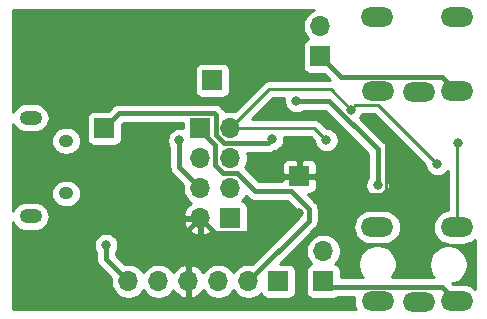
<source format=gbr>
G04 #@! TF.GenerationSoftware,KiCad,Pcbnew,5.1.6+dfsg1-1*
G04 #@! TF.CreationDate,2021-02-27T20:02:44-07:00*
G04 #@! TF.ProjectId,CurrentSensorV1,43757272-656e-4745-9365-6e736f725631,rev?*
G04 #@! TF.SameCoordinates,Original*
G04 #@! TF.FileFunction,Copper,L2,Bot*
G04 #@! TF.FilePolarity,Positive*
%FSLAX46Y46*%
G04 Gerber Fmt 4.6, Leading zero omitted, Abs format (unit mm)*
G04 Created by KiCad (PCBNEW 5.1.6+dfsg1-1) date 2021-02-27 20:02:44*
%MOMM*%
%LPD*%
G01*
G04 APERTURE LIST*
G04 #@! TA.AperFunction,ComponentPad*
%ADD10O,2.750000X1.650000*%
G04 #@! TD*
G04 #@! TA.AperFunction,ComponentPad*
%ADD11R,1.700000X1.700000*%
G04 #@! TD*
G04 #@! TA.AperFunction,ComponentPad*
%ADD12O,1.250000X1.050000*%
G04 #@! TD*
G04 #@! TA.AperFunction,ComponentPad*
%ADD13O,1.900000X1.200000*%
G04 #@! TD*
G04 #@! TA.AperFunction,ComponentPad*
%ADD14O,1.700000X1.700000*%
G04 #@! TD*
G04 #@! TA.AperFunction,ViaPad*
%ADD15C,0.800000*%
G04 #@! TD*
G04 #@! TA.AperFunction,Conductor*
%ADD16C,0.400000*%
G04 #@! TD*
G04 #@! TA.AperFunction,Conductor*
%ADD17C,0.250000*%
G04 #@! TD*
G04 #@! TA.AperFunction,Conductor*
%ADD18C,0.254000*%
G04 #@! TD*
G04 APERTURE END LIST*
D10*
X164327840Y-66532760D03*
X164358320Y-72837040D03*
X167827960Y-72852280D03*
X171048680Y-66558160D03*
X171048680Y-72837040D03*
X164327840Y-84312760D03*
X164358320Y-90617040D03*
X167827960Y-90632280D03*
X171048680Y-84338160D03*
X171048680Y-90617040D03*
D11*
X150368000Y-71882000D03*
X157734000Y-80010000D03*
D12*
X137993000Y-77023000D03*
D13*
X134993000Y-75073000D03*
X134993000Y-83423000D03*
D12*
X137993000Y-81473000D03*
D11*
X141224000Y-75946000D03*
D14*
X149352000Y-83566000D03*
X149352000Y-81026000D03*
X149352000Y-78486000D03*
D11*
X149352000Y-75946000D03*
D14*
X159512000Y-67310000D03*
D11*
X159512000Y-69850000D03*
D14*
X159766000Y-86360000D03*
D11*
X159766000Y-88900000D03*
D14*
X151892000Y-75946000D03*
X151892000Y-78486000D03*
X151892000Y-81026000D03*
D11*
X151892000Y-83566000D03*
D14*
X143256000Y-88900000D03*
X145796000Y-88900000D03*
X148336000Y-88900000D03*
X150876000Y-88900000D03*
X153416000Y-88900000D03*
D11*
X155956000Y-88900000D03*
D15*
X157734000Y-83160000D03*
X162788500Y-80772000D03*
X164338000Y-76200000D03*
X155434000Y-76860000D03*
X157480000Y-73660000D03*
X164363500Y-80772000D03*
X169418000Y-78994000D03*
X162109686Y-74364314D03*
X160020000Y-76962000D03*
X141372440Y-85852000D03*
X147574000Y-76962000D03*
X171196000Y-77216000D03*
D16*
X156077999Y-84816001D02*
X157734000Y-83160000D01*
X150602001Y-84816001D02*
X156077999Y-84816001D01*
X149352000Y-83566000D02*
X150602001Y-84816001D01*
X148336000Y-84582000D02*
X149352000Y-83566000D01*
X148336000Y-88900000D02*
X148336000Y-84582000D01*
D17*
X164711501Y-81497001D02*
X165088501Y-81120001D01*
X165088501Y-81120001D02*
X165088501Y-76950501D01*
X163513501Y-81497001D02*
X164711501Y-81497001D01*
X165088501Y-76950501D02*
X164338000Y-76200000D01*
X162788500Y-80772000D02*
X163513501Y-81497001D01*
D16*
X155058001Y-77235999D02*
X155434000Y-76860000D01*
X151331997Y-77235999D02*
X155058001Y-77235999D01*
X150641999Y-76546001D02*
X151331997Y-77235999D01*
X150641999Y-74815997D02*
X150641999Y-76546001D01*
X150522001Y-74695999D02*
X150641999Y-74815997D01*
X142474001Y-74695999D02*
X150522001Y-74695999D01*
X141224000Y-75946000D02*
X142474001Y-74695999D01*
X164363500Y-77749500D02*
X164363500Y-80772000D01*
X160274000Y-73660000D02*
X157480000Y-73660000D01*
X164363500Y-77749500D02*
X160274000Y-73660000D01*
D17*
X162486950Y-73987050D02*
X162109686Y-74364314D01*
X164411050Y-73987050D02*
X162486950Y-73987050D01*
X169418000Y-78994000D02*
X164411050Y-73987050D01*
X159004000Y-75946000D02*
X151892000Y-75946000D01*
X160020000Y-76962000D02*
X159004000Y-75946000D01*
X151892000Y-75946000D02*
X155194000Y-72644000D01*
X160389372Y-72644000D02*
X162109686Y-74364314D01*
X155194000Y-72644000D02*
X160389372Y-72644000D01*
D16*
X141372440Y-87016440D02*
X143256000Y-88900000D01*
X141372440Y-85852000D02*
X141372440Y-87016440D01*
X147574000Y-79248000D02*
X149352000Y-81026000D01*
X147574000Y-76962000D02*
X147574000Y-79248000D01*
X149352000Y-76104544D02*
X149352000Y-75946000D01*
X150622000Y-77374544D02*
X149352000Y-76104544D01*
X151291999Y-79736001D02*
X150622000Y-79066002D01*
X152452003Y-79736001D02*
X151291999Y-79736001D01*
X150622000Y-79066002D02*
X150622000Y-77374544D01*
X153976003Y-81260001D02*
X152452003Y-79736001D01*
X157018003Y-81260001D02*
X153976003Y-81260001D01*
X158534001Y-82775999D02*
X157018003Y-81260001D01*
X158534001Y-83781999D02*
X158534001Y-82775999D01*
X153416000Y-88900000D02*
X158534001Y-83781999D01*
X160258030Y-89392030D02*
X159766000Y-88900000D01*
X169823670Y-89392030D02*
X160258030Y-89392030D01*
X171048680Y-90617040D02*
X169823670Y-89392030D01*
D17*
X171048680Y-77363320D02*
X171196000Y-77216000D01*
X171048680Y-84338160D02*
X171048680Y-77363320D01*
D16*
X161274030Y-71612030D02*
X159512000Y-69850000D01*
X169823670Y-71612030D02*
X161274030Y-71612030D01*
X171048680Y-72837040D02*
X169823670Y-71612030D01*
D18*
G36*
X158808589Y-65994010D02*
G01*
X158565368Y-66156525D01*
X158358525Y-66363368D01*
X158196010Y-66606589D01*
X158084068Y-66876842D01*
X158027000Y-67163740D01*
X158027000Y-67456260D01*
X158084068Y-67743158D01*
X158196010Y-68013411D01*
X158358525Y-68256632D01*
X158490380Y-68388487D01*
X158417820Y-68410498D01*
X158307506Y-68469463D01*
X158210815Y-68548815D01*
X158131463Y-68645506D01*
X158072498Y-68755820D01*
X158036188Y-68875518D01*
X158023928Y-69000000D01*
X158023928Y-70700000D01*
X158036188Y-70824482D01*
X158072498Y-70944180D01*
X158131463Y-71054494D01*
X158210815Y-71151185D01*
X158307506Y-71230537D01*
X158417820Y-71289502D01*
X158537518Y-71325812D01*
X158662000Y-71338072D01*
X159819204Y-71338072D01*
X160363958Y-71882827D01*
X160352050Y-71884000D01*
X155231322Y-71884000D01*
X155193999Y-71880324D01*
X155156676Y-71884000D01*
X155156667Y-71884000D01*
X155045014Y-71894997D01*
X154901753Y-71938454D01*
X154769724Y-72009026D01*
X154653999Y-72103999D01*
X154630201Y-72132997D01*
X152258408Y-74504791D01*
X152038260Y-74461000D01*
X151745740Y-74461000D01*
X151458842Y-74518068D01*
X151428063Y-74530817D01*
X151417171Y-74494910D01*
X151339635Y-74349851D01*
X151235290Y-74222706D01*
X151203425Y-74196555D01*
X151141445Y-74134576D01*
X151115292Y-74102708D01*
X150988147Y-73998363D01*
X150843088Y-73920827D01*
X150685690Y-73873081D01*
X150563020Y-73860999D01*
X150563019Y-73860999D01*
X150522001Y-73856959D01*
X150480983Y-73860999D01*
X142515008Y-73860999D01*
X142474000Y-73856960D01*
X142432992Y-73860999D01*
X142432982Y-73860999D01*
X142310312Y-73873081D01*
X142152914Y-73920827D01*
X142007855Y-73998363D01*
X141880710Y-74102708D01*
X141854559Y-74134573D01*
X141531204Y-74457928D01*
X140374000Y-74457928D01*
X140249518Y-74470188D01*
X140129820Y-74506498D01*
X140019506Y-74565463D01*
X139922815Y-74644815D01*
X139843463Y-74741506D01*
X139784498Y-74851820D01*
X139748188Y-74971518D01*
X139735928Y-75096000D01*
X139735928Y-76796000D01*
X139748188Y-76920482D01*
X139784498Y-77040180D01*
X139843463Y-77150494D01*
X139922815Y-77247185D01*
X140019506Y-77326537D01*
X140129820Y-77385502D01*
X140249518Y-77421812D01*
X140374000Y-77434072D01*
X142074000Y-77434072D01*
X142198482Y-77421812D01*
X142318180Y-77385502D01*
X142428494Y-77326537D01*
X142525185Y-77247185D01*
X142604537Y-77150494D01*
X142663502Y-77040180D01*
X142699812Y-76920482D01*
X142712072Y-76796000D01*
X142712072Y-75638796D01*
X142819869Y-75530999D01*
X147863928Y-75530999D01*
X147863928Y-75964393D01*
X147675939Y-75927000D01*
X147472061Y-75927000D01*
X147272102Y-75966774D01*
X147083744Y-76044795D01*
X146914226Y-76158063D01*
X146770063Y-76302226D01*
X146656795Y-76471744D01*
X146578774Y-76660102D01*
X146539000Y-76860061D01*
X146539000Y-77063939D01*
X146578774Y-77263898D01*
X146656795Y-77452256D01*
X146739000Y-77575285D01*
X146739001Y-79206972D01*
X146734960Y-79248000D01*
X146751082Y-79411688D01*
X146798828Y-79569086D01*
X146830839Y-79628974D01*
X146876365Y-79714146D01*
X146980710Y-79841291D01*
X147012574Y-79867441D01*
X147893193Y-80748061D01*
X147867000Y-80879740D01*
X147867000Y-81172260D01*
X147924068Y-81459158D01*
X148036010Y-81729411D01*
X148198525Y-81972632D01*
X148405368Y-82179475D01*
X148587534Y-82301195D01*
X148470645Y-82370822D01*
X148254412Y-82565731D01*
X148080359Y-82799080D01*
X147955175Y-83061901D01*
X147910524Y-83209110D01*
X148031845Y-83439000D01*
X149225000Y-83439000D01*
X149225000Y-83419000D01*
X149479000Y-83419000D01*
X149479000Y-83439000D01*
X149499000Y-83439000D01*
X149499000Y-83693000D01*
X149479000Y-83693000D01*
X149479000Y-84886814D01*
X149708891Y-85007481D01*
X149983252Y-84910157D01*
X150233355Y-84761178D01*
X150429502Y-84584374D01*
X150452498Y-84660180D01*
X150511463Y-84770494D01*
X150590815Y-84867185D01*
X150687506Y-84946537D01*
X150797820Y-85005502D01*
X150917518Y-85041812D01*
X151042000Y-85054072D01*
X152742000Y-85054072D01*
X152866482Y-85041812D01*
X152986180Y-85005502D01*
X153096494Y-84946537D01*
X153193185Y-84867185D01*
X153272537Y-84770494D01*
X153331502Y-84660180D01*
X153367812Y-84540482D01*
X153380072Y-84416000D01*
X153380072Y-82716000D01*
X153367812Y-82591518D01*
X153331502Y-82471820D01*
X153272537Y-82361506D01*
X153193185Y-82264815D01*
X153096494Y-82185463D01*
X152986180Y-82126498D01*
X152913620Y-82104487D01*
X153045475Y-81972632D01*
X153207990Y-81729411D01*
X153224555Y-81689420D01*
X153356562Y-81821427D01*
X153382712Y-81853292D01*
X153509857Y-81957637D01*
X153654916Y-82035173D01*
X153812314Y-82082919D01*
X153934984Y-82095001D01*
X153934994Y-82095001D01*
X153976002Y-82099040D01*
X154017010Y-82095001D01*
X156672136Y-82095001D01*
X157699002Y-83121868D01*
X157699001Y-83436131D01*
X153693940Y-87441193D01*
X153562260Y-87415000D01*
X153269740Y-87415000D01*
X152982842Y-87472068D01*
X152712589Y-87584010D01*
X152469368Y-87746525D01*
X152262525Y-87953368D01*
X152146000Y-88127760D01*
X152029475Y-87953368D01*
X151822632Y-87746525D01*
X151579411Y-87584010D01*
X151309158Y-87472068D01*
X151022260Y-87415000D01*
X150729740Y-87415000D01*
X150442842Y-87472068D01*
X150172589Y-87584010D01*
X149929368Y-87746525D01*
X149722525Y-87953368D01*
X149600805Y-88135534D01*
X149531178Y-88018645D01*
X149336269Y-87802412D01*
X149102920Y-87628359D01*
X148840099Y-87503175D01*
X148692890Y-87458524D01*
X148463000Y-87579845D01*
X148463000Y-88773000D01*
X148483000Y-88773000D01*
X148483000Y-89027000D01*
X148463000Y-89027000D01*
X148463000Y-90220155D01*
X148692890Y-90341476D01*
X148840099Y-90296825D01*
X149102920Y-90171641D01*
X149336269Y-89997588D01*
X149531178Y-89781355D01*
X149600805Y-89664466D01*
X149722525Y-89846632D01*
X149929368Y-90053475D01*
X150172589Y-90215990D01*
X150442842Y-90327932D01*
X150729740Y-90385000D01*
X151022260Y-90385000D01*
X151309158Y-90327932D01*
X151579411Y-90215990D01*
X151822632Y-90053475D01*
X152029475Y-89846632D01*
X152146000Y-89672240D01*
X152262525Y-89846632D01*
X152469368Y-90053475D01*
X152712589Y-90215990D01*
X152982842Y-90327932D01*
X153269740Y-90385000D01*
X153562260Y-90385000D01*
X153849158Y-90327932D01*
X154119411Y-90215990D01*
X154362632Y-90053475D01*
X154494487Y-89921620D01*
X154516498Y-89994180D01*
X154575463Y-90104494D01*
X154654815Y-90201185D01*
X154751506Y-90280537D01*
X154861820Y-90339502D01*
X154981518Y-90375812D01*
X155106000Y-90388072D01*
X156806000Y-90388072D01*
X156930482Y-90375812D01*
X157050180Y-90339502D01*
X157160494Y-90280537D01*
X157257185Y-90201185D01*
X157336537Y-90104494D01*
X157395502Y-89994180D01*
X157431812Y-89874482D01*
X157444072Y-89750000D01*
X157444072Y-88050000D01*
X157431812Y-87925518D01*
X157395502Y-87805820D01*
X157336537Y-87695506D01*
X157257185Y-87598815D01*
X157160494Y-87519463D01*
X157050180Y-87460498D01*
X156930482Y-87424188D01*
X156806000Y-87411928D01*
X156084939Y-87411928D01*
X159095429Y-84401439D01*
X159127292Y-84375290D01*
X159178608Y-84312760D01*
X162310776Y-84312760D01*
X162338965Y-84598970D01*
X162422450Y-84874181D01*
X162558021Y-85127817D01*
X162740469Y-85350131D01*
X162962783Y-85532579D01*
X163216419Y-85668150D01*
X163491630Y-85751635D01*
X163706117Y-85772760D01*
X164949563Y-85772760D01*
X165164050Y-85751635D01*
X165439261Y-85668150D01*
X165692897Y-85532579D01*
X165915211Y-85350131D01*
X166097659Y-85127817D01*
X166233230Y-84874181D01*
X166316715Y-84598970D01*
X166344904Y-84312760D01*
X166316715Y-84026550D01*
X166233230Y-83751339D01*
X166097659Y-83497703D01*
X165915211Y-83275389D01*
X165692897Y-83092941D01*
X165439261Y-82957370D01*
X165164050Y-82873885D01*
X164949563Y-82852760D01*
X163706117Y-82852760D01*
X163491630Y-82873885D01*
X163216419Y-82957370D01*
X162962783Y-83092941D01*
X162740469Y-83275389D01*
X162558021Y-83497703D01*
X162422450Y-83751339D01*
X162338965Y-84026550D01*
X162310776Y-84312760D01*
X159178608Y-84312760D01*
X159231637Y-84248145D01*
X159309173Y-84103086D01*
X159356919Y-83945688D01*
X159369001Y-83823018D01*
X159369001Y-83823008D01*
X159373040Y-83782000D01*
X159369001Y-83740992D01*
X159369001Y-82817017D01*
X159373041Y-82775999D01*
X159356919Y-82612310D01*
X159309173Y-82454912D01*
X159231637Y-82309853D01*
X159153440Y-82214569D01*
X159153438Y-82214567D01*
X159127292Y-82182708D01*
X159095433Y-82156562D01*
X158436137Y-81497267D01*
X158584000Y-81498072D01*
X158708482Y-81485812D01*
X158828180Y-81449502D01*
X158938494Y-81390537D01*
X159035185Y-81311185D01*
X159114537Y-81214494D01*
X159173502Y-81104180D01*
X159209812Y-80984482D01*
X159222072Y-80860000D01*
X159219000Y-80295750D01*
X159060250Y-80137000D01*
X157861000Y-80137000D01*
X157861000Y-80157000D01*
X157607000Y-80157000D01*
X157607000Y-80137000D01*
X156407750Y-80137000D01*
X156249000Y-80295750D01*
X156248296Y-80425001D01*
X154321871Y-80425001D01*
X153159240Y-79262371D01*
X153207990Y-79189411D01*
X153220172Y-79160000D01*
X156245928Y-79160000D01*
X156249000Y-79724250D01*
X156407750Y-79883000D01*
X157607000Y-79883000D01*
X157607000Y-78683750D01*
X157861000Y-78683750D01*
X157861000Y-79883000D01*
X159060250Y-79883000D01*
X159219000Y-79724250D01*
X159222072Y-79160000D01*
X159209812Y-79035518D01*
X159173502Y-78915820D01*
X159114537Y-78805506D01*
X159035185Y-78708815D01*
X158938494Y-78629463D01*
X158828180Y-78570498D01*
X158708482Y-78534188D01*
X158584000Y-78521928D01*
X158019750Y-78525000D01*
X157861000Y-78683750D01*
X157607000Y-78683750D01*
X157448250Y-78525000D01*
X156884000Y-78521928D01*
X156759518Y-78534188D01*
X156639820Y-78570498D01*
X156529506Y-78629463D01*
X156432815Y-78708815D01*
X156353463Y-78805506D01*
X156294498Y-78915820D01*
X156258188Y-79035518D01*
X156245928Y-79160000D01*
X153220172Y-79160000D01*
X153319932Y-78919158D01*
X153377000Y-78632260D01*
X153377000Y-78339740D01*
X153323544Y-78070999D01*
X155016983Y-78070999D01*
X155058001Y-78075039D01*
X155099019Y-78070999D01*
X155099020Y-78070999D01*
X155221690Y-78058917D01*
X155379088Y-78011171D01*
X155524147Y-77933635D01*
X155582512Y-77885736D01*
X155735898Y-77855226D01*
X155924256Y-77777205D01*
X156093774Y-77663937D01*
X156237937Y-77519774D01*
X156351205Y-77350256D01*
X156429226Y-77161898D01*
X156469000Y-76961939D01*
X156469000Y-76758061D01*
X156458645Y-76706000D01*
X158689199Y-76706000D01*
X158985000Y-77001802D01*
X158985000Y-77063939D01*
X159024774Y-77263898D01*
X159102795Y-77452256D01*
X159216063Y-77621774D01*
X159360226Y-77765937D01*
X159529744Y-77879205D01*
X159718102Y-77957226D01*
X159918061Y-77997000D01*
X160121939Y-77997000D01*
X160321898Y-77957226D01*
X160510256Y-77879205D01*
X160679774Y-77765937D01*
X160823937Y-77621774D01*
X160937205Y-77452256D01*
X161015226Y-77263898D01*
X161055000Y-77063939D01*
X161055000Y-76860061D01*
X161015226Y-76660102D01*
X160937205Y-76471744D01*
X160823937Y-76302226D01*
X160679774Y-76158063D01*
X160510256Y-76044795D01*
X160321898Y-75966774D01*
X160121939Y-75927000D01*
X160059802Y-75927000D01*
X159567804Y-75435002D01*
X159544001Y-75405999D01*
X159428276Y-75311026D01*
X159296247Y-75240454D01*
X159152986Y-75196997D01*
X159041333Y-75186000D01*
X159041322Y-75186000D01*
X159004000Y-75182324D01*
X158966678Y-75186000D01*
X153726801Y-75186000D01*
X155508802Y-73404000D01*
X156475644Y-73404000D01*
X156445000Y-73558061D01*
X156445000Y-73761939D01*
X156484774Y-73961898D01*
X156562795Y-74150256D01*
X156676063Y-74319774D01*
X156820226Y-74463937D01*
X156989744Y-74577205D01*
X157178102Y-74655226D01*
X157378061Y-74695000D01*
X157581939Y-74695000D01*
X157781898Y-74655226D01*
X157970256Y-74577205D01*
X158093285Y-74495000D01*
X159928133Y-74495000D01*
X163528500Y-78095368D01*
X163528501Y-80158714D01*
X163446295Y-80281744D01*
X163368274Y-80470102D01*
X163328500Y-80670061D01*
X163328500Y-80873939D01*
X163368274Y-81073898D01*
X163446295Y-81262256D01*
X163559563Y-81431774D01*
X163703726Y-81575937D01*
X163873244Y-81689205D01*
X164061602Y-81767226D01*
X164261561Y-81807000D01*
X164465439Y-81807000D01*
X164665398Y-81767226D01*
X164853756Y-81689205D01*
X165023274Y-81575937D01*
X165167437Y-81431774D01*
X165280705Y-81262256D01*
X165358726Y-81073898D01*
X165398500Y-80873939D01*
X165398500Y-80670061D01*
X165358726Y-80470102D01*
X165280705Y-80281744D01*
X165198500Y-80158715D01*
X165198500Y-77790507D01*
X165202539Y-77749499D01*
X165198500Y-77708491D01*
X165198500Y-77708481D01*
X165186418Y-77585811D01*
X165138672Y-77428413D01*
X165061136Y-77283354D01*
X164956791Y-77156209D01*
X164924928Y-77130060D01*
X162866289Y-75071422D01*
X162913623Y-75024088D01*
X163026891Y-74854570D01*
X163071428Y-74747050D01*
X164096249Y-74747050D01*
X168383000Y-79033802D01*
X168383000Y-79095939D01*
X168422774Y-79295898D01*
X168500795Y-79484256D01*
X168614063Y-79653774D01*
X168758226Y-79797937D01*
X168927744Y-79911205D01*
X169116102Y-79989226D01*
X169316061Y-80029000D01*
X169519939Y-80029000D01*
X169719898Y-79989226D01*
X169908256Y-79911205D01*
X170077774Y-79797937D01*
X170221937Y-79653774D01*
X170288681Y-79553885D01*
X170288680Y-82891779D01*
X170212470Y-82899285D01*
X169937259Y-82982770D01*
X169683623Y-83118341D01*
X169461309Y-83300789D01*
X169278861Y-83523103D01*
X169143290Y-83776739D01*
X169059805Y-84051950D01*
X169031616Y-84338160D01*
X169059805Y-84624370D01*
X169143290Y-84899581D01*
X169278861Y-85153217D01*
X169461309Y-85375531D01*
X169683623Y-85557979D01*
X169937259Y-85693550D01*
X170212470Y-85777035D01*
X170426957Y-85798160D01*
X171670403Y-85798160D01*
X171884890Y-85777035D01*
X172160101Y-85693550D01*
X172413737Y-85557979D01*
X172568000Y-85431379D01*
X172568000Y-89523821D01*
X172413737Y-89397221D01*
X172160101Y-89261650D01*
X171884890Y-89178165D01*
X171670403Y-89157040D01*
X170769548Y-89157040D01*
X170698516Y-89086008D01*
X170829632Y-89059928D01*
X171127183Y-88936678D01*
X171394972Y-88757747D01*
X171622707Y-88530012D01*
X171801638Y-88262223D01*
X171924888Y-87964672D01*
X171987720Y-87648793D01*
X171987720Y-87326727D01*
X171924888Y-87010848D01*
X171801638Y-86713297D01*
X171622707Y-86445508D01*
X171394972Y-86217773D01*
X171127183Y-86038842D01*
X170829632Y-85915592D01*
X170513753Y-85852760D01*
X170191687Y-85852760D01*
X169875808Y-85915592D01*
X169578257Y-86038842D01*
X169310468Y-86217773D01*
X169082733Y-86445508D01*
X168903802Y-86713297D01*
X168780552Y-87010848D01*
X168717720Y-87326727D01*
X168717720Y-87648793D01*
X168780552Y-87964672D01*
X168903802Y-88262223D01*
X169082733Y-88530012D01*
X169109751Y-88557030D01*
X165570809Y-88557030D01*
X165613067Y-88514772D01*
X165791998Y-88246983D01*
X165915248Y-87949432D01*
X165978080Y-87633553D01*
X165978080Y-87311487D01*
X165915248Y-86995608D01*
X165791998Y-86698057D01*
X165613067Y-86430268D01*
X165385332Y-86202533D01*
X165117543Y-86023602D01*
X164819992Y-85900352D01*
X164504113Y-85837520D01*
X164182047Y-85837520D01*
X163866168Y-85900352D01*
X163568617Y-86023602D01*
X163300828Y-86202533D01*
X163073093Y-86430268D01*
X162894162Y-86698057D01*
X162770912Y-86995608D01*
X162708080Y-87311487D01*
X162708080Y-87633553D01*
X162770912Y-87949432D01*
X162894162Y-88246983D01*
X163073093Y-88514772D01*
X163115351Y-88557030D01*
X161254072Y-88557030D01*
X161254072Y-88050000D01*
X161241812Y-87925518D01*
X161205502Y-87805820D01*
X161146537Y-87695506D01*
X161067185Y-87598815D01*
X160970494Y-87519463D01*
X160860180Y-87460498D01*
X160787620Y-87438487D01*
X160919475Y-87306632D01*
X161081990Y-87063411D01*
X161193932Y-86793158D01*
X161251000Y-86506260D01*
X161251000Y-86213740D01*
X161193932Y-85926842D01*
X161081990Y-85656589D01*
X160919475Y-85413368D01*
X160712632Y-85206525D01*
X160469411Y-85044010D01*
X160199158Y-84932068D01*
X159912260Y-84875000D01*
X159619740Y-84875000D01*
X159332842Y-84932068D01*
X159062589Y-85044010D01*
X158819368Y-85206525D01*
X158612525Y-85413368D01*
X158450010Y-85656589D01*
X158338068Y-85926842D01*
X158281000Y-86213740D01*
X158281000Y-86506260D01*
X158338068Y-86793158D01*
X158450010Y-87063411D01*
X158612525Y-87306632D01*
X158744380Y-87438487D01*
X158671820Y-87460498D01*
X158561506Y-87519463D01*
X158464815Y-87598815D01*
X158385463Y-87695506D01*
X158326498Y-87805820D01*
X158290188Y-87925518D01*
X158277928Y-88050000D01*
X158277928Y-89750000D01*
X158290188Y-89874482D01*
X158326498Y-89994180D01*
X158385463Y-90104494D01*
X158464815Y-90201185D01*
X158561506Y-90280537D01*
X158671820Y-90339502D01*
X158791518Y-90375812D01*
X158916000Y-90388072D01*
X160616000Y-90388072D01*
X160740482Y-90375812D01*
X160860180Y-90339502D01*
X160970494Y-90280537D01*
X161035693Y-90227030D01*
X162400933Y-90227030D01*
X162369445Y-90330830D01*
X162341256Y-90617040D01*
X162369445Y-90903250D01*
X162452930Y-91178461D01*
X162511480Y-91288000D01*
X133502000Y-91288000D01*
X133502000Y-85750061D01*
X140337440Y-85750061D01*
X140337440Y-85953939D01*
X140377214Y-86153898D01*
X140455235Y-86342256D01*
X140537441Y-86465286D01*
X140537441Y-86975412D01*
X140533400Y-87016440D01*
X140549522Y-87180128D01*
X140597268Y-87337526D01*
X140669183Y-87472068D01*
X140674805Y-87482586D01*
X140779150Y-87609731D01*
X140811014Y-87635881D01*
X141797193Y-88622060D01*
X141771000Y-88753740D01*
X141771000Y-89046260D01*
X141828068Y-89333158D01*
X141940010Y-89603411D01*
X142102525Y-89846632D01*
X142309368Y-90053475D01*
X142552589Y-90215990D01*
X142822842Y-90327932D01*
X143109740Y-90385000D01*
X143402260Y-90385000D01*
X143689158Y-90327932D01*
X143959411Y-90215990D01*
X144202632Y-90053475D01*
X144409475Y-89846632D01*
X144526000Y-89672240D01*
X144642525Y-89846632D01*
X144849368Y-90053475D01*
X145092589Y-90215990D01*
X145362842Y-90327932D01*
X145649740Y-90385000D01*
X145942260Y-90385000D01*
X146229158Y-90327932D01*
X146499411Y-90215990D01*
X146742632Y-90053475D01*
X146949475Y-89846632D01*
X147071195Y-89664466D01*
X147140822Y-89781355D01*
X147335731Y-89997588D01*
X147569080Y-90171641D01*
X147831901Y-90296825D01*
X147979110Y-90341476D01*
X148209000Y-90220155D01*
X148209000Y-89027000D01*
X148189000Y-89027000D01*
X148189000Y-88773000D01*
X148209000Y-88773000D01*
X148209000Y-87579845D01*
X147979110Y-87458524D01*
X147831901Y-87503175D01*
X147569080Y-87628359D01*
X147335731Y-87802412D01*
X147140822Y-88018645D01*
X147071195Y-88135534D01*
X146949475Y-87953368D01*
X146742632Y-87746525D01*
X146499411Y-87584010D01*
X146229158Y-87472068D01*
X145942260Y-87415000D01*
X145649740Y-87415000D01*
X145362842Y-87472068D01*
X145092589Y-87584010D01*
X144849368Y-87746525D01*
X144642525Y-87953368D01*
X144526000Y-88127760D01*
X144409475Y-87953368D01*
X144202632Y-87746525D01*
X143959411Y-87584010D01*
X143689158Y-87472068D01*
X143402260Y-87415000D01*
X143109740Y-87415000D01*
X142978060Y-87441193D01*
X142207440Y-86670573D01*
X142207440Y-86465285D01*
X142289645Y-86342256D01*
X142367666Y-86153898D01*
X142407440Y-85953939D01*
X142407440Y-85750061D01*
X142367666Y-85550102D01*
X142289645Y-85361744D01*
X142176377Y-85192226D01*
X142032214Y-85048063D01*
X141862696Y-84934795D01*
X141674338Y-84856774D01*
X141474379Y-84817000D01*
X141270501Y-84817000D01*
X141070542Y-84856774D01*
X140882184Y-84934795D01*
X140712666Y-85048063D01*
X140568503Y-85192226D01*
X140455235Y-85361744D01*
X140377214Y-85550102D01*
X140337440Y-85750061D01*
X133502000Y-85750061D01*
X133502000Y-83908211D01*
X133611167Y-84112449D01*
X133765498Y-84300502D01*
X133953551Y-84454833D01*
X134168099Y-84569511D01*
X134400898Y-84640130D01*
X134582335Y-84658000D01*
X135403665Y-84658000D01*
X135585102Y-84640130D01*
X135817901Y-84569511D01*
X136032449Y-84454833D01*
X136220502Y-84300502D01*
X136374833Y-84112449D01*
X136476154Y-83922890D01*
X147910524Y-83922890D01*
X147955175Y-84070099D01*
X148080359Y-84332920D01*
X148254412Y-84566269D01*
X148470645Y-84761178D01*
X148720748Y-84910157D01*
X148995109Y-85007481D01*
X149225000Y-84886814D01*
X149225000Y-83693000D01*
X148031845Y-83693000D01*
X147910524Y-83922890D01*
X136476154Y-83922890D01*
X136489511Y-83897901D01*
X136560130Y-83665102D01*
X136583975Y-83423000D01*
X136560130Y-83180898D01*
X136489511Y-82948099D01*
X136374833Y-82733551D01*
X136220502Y-82545498D01*
X136032449Y-82391167D01*
X135817901Y-82276489D01*
X135585102Y-82205870D01*
X135403665Y-82188000D01*
X134582335Y-82188000D01*
X134400898Y-82205870D01*
X134168099Y-82276489D01*
X133953551Y-82391167D01*
X133765498Y-82545498D01*
X133611167Y-82733551D01*
X133502000Y-82937789D01*
X133502000Y-81473000D01*
X136727388Y-81473000D01*
X136749785Y-81700400D01*
X136816115Y-81919060D01*
X136923829Y-82120579D01*
X137068788Y-82297212D01*
X137245421Y-82442171D01*
X137446940Y-82549885D01*
X137665600Y-82616215D01*
X137836021Y-82633000D01*
X138149979Y-82633000D01*
X138320400Y-82616215D01*
X138539060Y-82549885D01*
X138740579Y-82442171D01*
X138917212Y-82297212D01*
X139062171Y-82120579D01*
X139169885Y-81919060D01*
X139236215Y-81700400D01*
X139258612Y-81473000D01*
X139236215Y-81245600D01*
X139169885Y-81026940D01*
X139062171Y-80825421D01*
X138917212Y-80648788D01*
X138740579Y-80503829D01*
X138539060Y-80396115D01*
X138320400Y-80329785D01*
X138149979Y-80313000D01*
X137836021Y-80313000D01*
X137665600Y-80329785D01*
X137446940Y-80396115D01*
X137245421Y-80503829D01*
X137068788Y-80648788D01*
X136923829Y-80825421D01*
X136816115Y-81026940D01*
X136749785Y-81245600D01*
X136727388Y-81473000D01*
X133502000Y-81473000D01*
X133502000Y-77023000D01*
X136727388Y-77023000D01*
X136749785Y-77250400D01*
X136816115Y-77469060D01*
X136923829Y-77670579D01*
X137068788Y-77847212D01*
X137245421Y-77992171D01*
X137446940Y-78099885D01*
X137665600Y-78166215D01*
X137836021Y-78183000D01*
X138149979Y-78183000D01*
X138320400Y-78166215D01*
X138539060Y-78099885D01*
X138740579Y-77992171D01*
X138917212Y-77847212D01*
X139062171Y-77670579D01*
X139169885Y-77469060D01*
X139236215Y-77250400D01*
X139258612Y-77023000D01*
X139236215Y-76795600D01*
X139169885Y-76576940D01*
X139062171Y-76375421D01*
X138917212Y-76198788D01*
X138740579Y-76053829D01*
X138539060Y-75946115D01*
X138320400Y-75879785D01*
X138149979Y-75863000D01*
X137836021Y-75863000D01*
X137665600Y-75879785D01*
X137446940Y-75946115D01*
X137245421Y-76053829D01*
X137068788Y-76198788D01*
X136923829Y-76375421D01*
X136816115Y-76576940D01*
X136749785Y-76795600D01*
X136727388Y-77023000D01*
X133502000Y-77023000D01*
X133502000Y-75558211D01*
X133611167Y-75762449D01*
X133765498Y-75950502D01*
X133953551Y-76104833D01*
X134168099Y-76219511D01*
X134400898Y-76290130D01*
X134582335Y-76308000D01*
X135403665Y-76308000D01*
X135585102Y-76290130D01*
X135817901Y-76219511D01*
X136032449Y-76104833D01*
X136220502Y-75950502D01*
X136374833Y-75762449D01*
X136489511Y-75547901D01*
X136560130Y-75315102D01*
X136583975Y-75073000D01*
X136560130Y-74830898D01*
X136489511Y-74598099D01*
X136374833Y-74383551D01*
X136220502Y-74195498D01*
X136032449Y-74041167D01*
X135817901Y-73926489D01*
X135585102Y-73855870D01*
X135403665Y-73838000D01*
X134582335Y-73838000D01*
X134400898Y-73855870D01*
X134168099Y-73926489D01*
X133953551Y-74041167D01*
X133765498Y-74195498D01*
X133611167Y-74383551D01*
X133502000Y-74587789D01*
X133502000Y-71032000D01*
X148879928Y-71032000D01*
X148879928Y-72732000D01*
X148892188Y-72856482D01*
X148928498Y-72976180D01*
X148987463Y-73086494D01*
X149066815Y-73183185D01*
X149163506Y-73262537D01*
X149273820Y-73321502D01*
X149393518Y-73357812D01*
X149518000Y-73370072D01*
X151218000Y-73370072D01*
X151342482Y-73357812D01*
X151462180Y-73321502D01*
X151572494Y-73262537D01*
X151669185Y-73183185D01*
X151748537Y-73086494D01*
X151807502Y-72976180D01*
X151843812Y-72856482D01*
X151856072Y-72732000D01*
X151856072Y-71032000D01*
X151843812Y-70907518D01*
X151807502Y-70787820D01*
X151748537Y-70677506D01*
X151669185Y-70580815D01*
X151572494Y-70501463D01*
X151462180Y-70442498D01*
X151342482Y-70406188D01*
X151218000Y-70393928D01*
X149518000Y-70393928D01*
X149393518Y-70406188D01*
X149273820Y-70442498D01*
X149163506Y-70501463D01*
X149066815Y-70580815D01*
X148987463Y-70677506D01*
X148928498Y-70787820D01*
X148892188Y-70907518D01*
X148879928Y-71032000D01*
X133502000Y-71032000D01*
X133502000Y-65938000D01*
X158943810Y-65938000D01*
X158808589Y-65994010D01*
G37*
X158808589Y-65994010D02*
X158565368Y-66156525D01*
X158358525Y-66363368D01*
X158196010Y-66606589D01*
X158084068Y-66876842D01*
X158027000Y-67163740D01*
X158027000Y-67456260D01*
X158084068Y-67743158D01*
X158196010Y-68013411D01*
X158358525Y-68256632D01*
X158490380Y-68388487D01*
X158417820Y-68410498D01*
X158307506Y-68469463D01*
X158210815Y-68548815D01*
X158131463Y-68645506D01*
X158072498Y-68755820D01*
X158036188Y-68875518D01*
X158023928Y-69000000D01*
X158023928Y-70700000D01*
X158036188Y-70824482D01*
X158072498Y-70944180D01*
X158131463Y-71054494D01*
X158210815Y-71151185D01*
X158307506Y-71230537D01*
X158417820Y-71289502D01*
X158537518Y-71325812D01*
X158662000Y-71338072D01*
X159819204Y-71338072D01*
X160363958Y-71882827D01*
X160352050Y-71884000D01*
X155231322Y-71884000D01*
X155193999Y-71880324D01*
X155156676Y-71884000D01*
X155156667Y-71884000D01*
X155045014Y-71894997D01*
X154901753Y-71938454D01*
X154769724Y-72009026D01*
X154653999Y-72103999D01*
X154630201Y-72132997D01*
X152258408Y-74504791D01*
X152038260Y-74461000D01*
X151745740Y-74461000D01*
X151458842Y-74518068D01*
X151428063Y-74530817D01*
X151417171Y-74494910D01*
X151339635Y-74349851D01*
X151235290Y-74222706D01*
X151203425Y-74196555D01*
X151141445Y-74134576D01*
X151115292Y-74102708D01*
X150988147Y-73998363D01*
X150843088Y-73920827D01*
X150685690Y-73873081D01*
X150563020Y-73860999D01*
X150563019Y-73860999D01*
X150522001Y-73856959D01*
X150480983Y-73860999D01*
X142515008Y-73860999D01*
X142474000Y-73856960D01*
X142432992Y-73860999D01*
X142432982Y-73860999D01*
X142310312Y-73873081D01*
X142152914Y-73920827D01*
X142007855Y-73998363D01*
X141880710Y-74102708D01*
X141854559Y-74134573D01*
X141531204Y-74457928D01*
X140374000Y-74457928D01*
X140249518Y-74470188D01*
X140129820Y-74506498D01*
X140019506Y-74565463D01*
X139922815Y-74644815D01*
X139843463Y-74741506D01*
X139784498Y-74851820D01*
X139748188Y-74971518D01*
X139735928Y-75096000D01*
X139735928Y-76796000D01*
X139748188Y-76920482D01*
X139784498Y-77040180D01*
X139843463Y-77150494D01*
X139922815Y-77247185D01*
X140019506Y-77326537D01*
X140129820Y-77385502D01*
X140249518Y-77421812D01*
X140374000Y-77434072D01*
X142074000Y-77434072D01*
X142198482Y-77421812D01*
X142318180Y-77385502D01*
X142428494Y-77326537D01*
X142525185Y-77247185D01*
X142604537Y-77150494D01*
X142663502Y-77040180D01*
X142699812Y-76920482D01*
X142712072Y-76796000D01*
X142712072Y-75638796D01*
X142819869Y-75530999D01*
X147863928Y-75530999D01*
X147863928Y-75964393D01*
X147675939Y-75927000D01*
X147472061Y-75927000D01*
X147272102Y-75966774D01*
X147083744Y-76044795D01*
X146914226Y-76158063D01*
X146770063Y-76302226D01*
X146656795Y-76471744D01*
X146578774Y-76660102D01*
X146539000Y-76860061D01*
X146539000Y-77063939D01*
X146578774Y-77263898D01*
X146656795Y-77452256D01*
X146739000Y-77575285D01*
X146739001Y-79206972D01*
X146734960Y-79248000D01*
X146751082Y-79411688D01*
X146798828Y-79569086D01*
X146830839Y-79628974D01*
X146876365Y-79714146D01*
X146980710Y-79841291D01*
X147012574Y-79867441D01*
X147893193Y-80748061D01*
X147867000Y-80879740D01*
X147867000Y-81172260D01*
X147924068Y-81459158D01*
X148036010Y-81729411D01*
X148198525Y-81972632D01*
X148405368Y-82179475D01*
X148587534Y-82301195D01*
X148470645Y-82370822D01*
X148254412Y-82565731D01*
X148080359Y-82799080D01*
X147955175Y-83061901D01*
X147910524Y-83209110D01*
X148031845Y-83439000D01*
X149225000Y-83439000D01*
X149225000Y-83419000D01*
X149479000Y-83419000D01*
X149479000Y-83439000D01*
X149499000Y-83439000D01*
X149499000Y-83693000D01*
X149479000Y-83693000D01*
X149479000Y-84886814D01*
X149708891Y-85007481D01*
X149983252Y-84910157D01*
X150233355Y-84761178D01*
X150429502Y-84584374D01*
X150452498Y-84660180D01*
X150511463Y-84770494D01*
X150590815Y-84867185D01*
X150687506Y-84946537D01*
X150797820Y-85005502D01*
X150917518Y-85041812D01*
X151042000Y-85054072D01*
X152742000Y-85054072D01*
X152866482Y-85041812D01*
X152986180Y-85005502D01*
X153096494Y-84946537D01*
X153193185Y-84867185D01*
X153272537Y-84770494D01*
X153331502Y-84660180D01*
X153367812Y-84540482D01*
X153380072Y-84416000D01*
X153380072Y-82716000D01*
X153367812Y-82591518D01*
X153331502Y-82471820D01*
X153272537Y-82361506D01*
X153193185Y-82264815D01*
X153096494Y-82185463D01*
X152986180Y-82126498D01*
X152913620Y-82104487D01*
X153045475Y-81972632D01*
X153207990Y-81729411D01*
X153224555Y-81689420D01*
X153356562Y-81821427D01*
X153382712Y-81853292D01*
X153509857Y-81957637D01*
X153654916Y-82035173D01*
X153812314Y-82082919D01*
X153934984Y-82095001D01*
X153934994Y-82095001D01*
X153976002Y-82099040D01*
X154017010Y-82095001D01*
X156672136Y-82095001D01*
X157699002Y-83121868D01*
X157699001Y-83436131D01*
X153693940Y-87441193D01*
X153562260Y-87415000D01*
X153269740Y-87415000D01*
X152982842Y-87472068D01*
X152712589Y-87584010D01*
X152469368Y-87746525D01*
X152262525Y-87953368D01*
X152146000Y-88127760D01*
X152029475Y-87953368D01*
X151822632Y-87746525D01*
X151579411Y-87584010D01*
X151309158Y-87472068D01*
X151022260Y-87415000D01*
X150729740Y-87415000D01*
X150442842Y-87472068D01*
X150172589Y-87584010D01*
X149929368Y-87746525D01*
X149722525Y-87953368D01*
X149600805Y-88135534D01*
X149531178Y-88018645D01*
X149336269Y-87802412D01*
X149102920Y-87628359D01*
X148840099Y-87503175D01*
X148692890Y-87458524D01*
X148463000Y-87579845D01*
X148463000Y-88773000D01*
X148483000Y-88773000D01*
X148483000Y-89027000D01*
X148463000Y-89027000D01*
X148463000Y-90220155D01*
X148692890Y-90341476D01*
X148840099Y-90296825D01*
X149102920Y-90171641D01*
X149336269Y-89997588D01*
X149531178Y-89781355D01*
X149600805Y-89664466D01*
X149722525Y-89846632D01*
X149929368Y-90053475D01*
X150172589Y-90215990D01*
X150442842Y-90327932D01*
X150729740Y-90385000D01*
X151022260Y-90385000D01*
X151309158Y-90327932D01*
X151579411Y-90215990D01*
X151822632Y-90053475D01*
X152029475Y-89846632D01*
X152146000Y-89672240D01*
X152262525Y-89846632D01*
X152469368Y-90053475D01*
X152712589Y-90215990D01*
X152982842Y-90327932D01*
X153269740Y-90385000D01*
X153562260Y-90385000D01*
X153849158Y-90327932D01*
X154119411Y-90215990D01*
X154362632Y-90053475D01*
X154494487Y-89921620D01*
X154516498Y-89994180D01*
X154575463Y-90104494D01*
X154654815Y-90201185D01*
X154751506Y-90280537D01*
X154861820Y-90339502D01*
X154981518Y-90375812D01*
X155106000Y-90388072D01*
X156806000Y-90388072D01*
X156930482Y-90375812D01*
X157050180Y-90339502D01*
X157160494Y-90280537D01*
X157257185Y-90201185D01*
X157336537Y-90104494D01*
X157395502Y-89994180D01*
X157431812Y-89874482D01*
X157444072Y-89750000D01*
X157444072Y-88050000D01*
X157431812Y-87925518D01*
X157395502Y-87805820D01*
X157336537Y-87695506D01*
X157257185Y-87598815D01*
X157160494Y-87519463D01*
X157050180Y-87460498D01*
X156930482Y-87424188D01*
X156806000Y-87411928D01*
X156084939Y-87411928D01*
X159095429Y-84401439D01*
X159127292Y-84375290D01*
X159178608Y-84312760D01*
X162310776Y-84312760D01*
X162338965Y-84598970D01*
X162422450Y-84874181D01*
X162558021Y-85127817D01*
X162740469Y-85350131D01*
X162962783Y-85532579D01*
X163216419Y-85668150D01*
X163491630Y-85751635D01*
X163706117Y-85772760D01*
X164949563Y-85772760D01*
X165164050Y-85751635D01*
X165439261Y-85668150D01*
X165692897Y-85532579D01*
X165915211Y-85350131D01*
X166097659Y-85127817D01*
X166233230Y-84874181D01*
X166316715Y-84598970D01*
X166344904Y-84312760D01*
X166316715Y-84026550D01*
X166233230Y-83751339D01*
X166097659Y-83497703D01*
X165915211Y-83275389D01*
X165692897Y-83092941D01*
X165439261Y-82957370D01*
X165164050Y-82873885D01*
X164949563Y-82852760D01*
X163706117Y-82852760D01*
X163491630Y-82873885D01*
X163216419Y-82957370D01*
X162962783Y-83092941D01*
X162740469Y-83275389D01*
X162558021Y-83497703D01*
X162422450Y-83751339D01*
X162338965Y-84026550D01*
X162310776Y-84312760D01*
X159178608Y-84312760D01*
X159231637Y-84248145D01*
X159309173Y-84103086D01*
X159356919Y-83945688D01*
X159369001Y-83823018D01*
X159369001Y-83823008D01*
X159373040Y-83782000D01*
X159369001Y-83740992D01*
X159369001Y-82817017D01*
X159373041Y-82775999D01*
X159356919Y-82612310D01*
X159309173Y-82454912D01*
X159231637Y-82309853D01*
X159153440Y-82214569D01*
X159153438Y-82214567D01*
X159127292Y-82182708D01*
X159095433Y-82156562D01*
X158436137Y-81497267D01*
X158584000Y-81498072D01*
X158708482Y-81485812D01*
X158828180Y-81449502D01*
X158938494Y-81390537D01*
X159035185Y-81311185D01*
X159114537Y-81214494D01*
X159173502Y-81104180D01*
X159209812Y-80984482D01*
X159222072Y-80860000D01*
X159219000Y-80295750D01*
X159060250Y-80137000D01*
X157861000Y-80137000D01*
X157861000Y-80157000D01*
X157607000Y-80157000D01*
X157607000Y-80137000D01*
X156407750Y-80137000D01*
X156249000Y-80295750D01*
X156248296Y-80425001D01*
X154321871Y-80425001D01*
X153159240Y-79262371D01*
X153207990Y-79189411D01*
X153220172Y-79160000D01*
X156245928Y-79160000D01*
X156249000Y-79724250D01*
X156407750Y-79883000D01*
X157607000Y-79883000D01*
X157607000Y-78683750D01*
X157861000Y-78683750D01*
X157861000Y-79883000D01*
X159060250Y-79883000D01*
X159219000Y-79724250D01*
X159222072Y-79160000D01*
X159209812Y-79035518D01*
X159173502Y-78915820D01*
X159114537Y-78805506D01*
X159035185Y-78708815D01*
X158938494Y-78629463D01*
X158828180Y-78570498D01*
X158708482Y-78534188D01*
X158584000Y-78521928D01*
X158019750Y-78525000D01*
X157861000Y-78683750D01*
X157607000Y-78683750D01*
X157448250Y-78525000D01*
X156884000Y-78521928D01*
X156759518Y-78534188D01*
X156639820Y-78570498D01*
X156529506Y-78629463D01*
X156432815Y-78708815D01*
X156353463Y-78805506D01*
X156294498Y-78915820D01*
X156258188Y-79035518D01*
X156245928Y-79160000D01*
X153220172Y-79160000D01*
X153319932Y-78919158D01*
X153377000Y-78632260D01*
X153377000Y-78339740D01*
X153323544Y-78070999D01*
X155016983Y-78070999D01*
X155058001Y-78075039D01*
X155099019Y-78070999D01*
X155099020Y-78070999D01*
X155221690Y-78058917D01*
X155379088Y-78011171D01*
X155524147Y-77933635D01*
X155582512Y-77885736D01*
X155735898Y-77855226D01*
X155924256Y-77777205D01*
X156093774Y-77663937D01*
X156237937Y-77519774D01*
X156351205Y-77350256D01*
X156429226Y-77161898D01*
X156469000Y-76961939D01*
X156469000Y-76758061D01*
X156458645Y-76706000D01*
X158689199Y-76706000D01*
X158985000Y-77001802D01*
X158985000Y-77063939D01*
X159024774Y-77263898D01*
X159102795Y-77452256D01*
X159216063Y-77621774D01*
X159360226Y-77765937D01*
X159529744Y-77879205D01*
X159718102Y-77957226D01*
X159918061Y-77997000D01*
X160121939Y-77997000D01*
X160321898Y-77957226D01*
X160510256Y-77879205D01*
X160679774Y-77765937D01*
X160823937Y-77621774D01*
X160937205Y-77452256D01*
X161015226Y-77263898D01*
X161055000Y-77063939D01*
X161055000Y-76860061D01*
X161015226Y-76660102D01*
X160937205Y-76471744D01*
X160823937Y-76302226D01*
X160679774Y-76158063D01*
X160510256Y-76044795D01*
X160321898Y-75966774D01*
X160121939Y-75927000D01*
X160059802Y-75927000D01*
X159567804Y-75435002D01*
X159544001Y-75405999D01*
X159428276Y-75311026D01*
X159296247Y-75240454D01*
X159152986Y-75196997D01*
X159041333Y-75186000D01*
X159041322Y-75186000D01*
X159004000Y-75182324D01*
X158966678Y-75186000D01*
X153726801Y-75186000D01*
X155508802Y-73404000D01*
X156475644Y-73404000D01*
X156445000Y-73558061D01*
X156445000Y-73761939D01*
X156484774Y-73961898D01*
X156562795Y-74150256D01*
X156676063Y-74319774D01*
X156820226Y-74463937D01*
X156989744Y-74577205D01*
X157178102Y-74655226D01*
X157378061Y-74695000D01*
X157581939Y-74695000D01*
X157781898Y-74655226D01*
X157970256Y-74577205D01*
X158093285Y-74495000D01*
X159928133Y-74495000D01*
X163528500Y-78095368D01*
X163528501Y-80158714D01*
X163446295Y-80281744D01*
X163368274Y-80470102D01*
X163328500Y-80670061D01*
X163328500Y-80873939D01*
X163368274Y-81073898D01*
X163446295Y-81262256D01*
X163559563Y-81431774D01*
X163703726Y-81575937D01*
X163873244Y-81689205D01*
X164061602Y-81767226D01*
X164261561Y-81807000D01*
X164465439Y-81807000D01*
X164665398Y-81767226D01*
X164853756Y-81689205D01*
X165023274Y-81575937D01*
X165167437Y-81431774D01*
X165280705Y-81262256D01*
X165358726Y-81073898D01*
X165398500Y-80873939D01*
X165398500Y-80670061D01*
X165358726Y-80470102D01*
X165280705Y-80281744D01*
X165198500Y-80158715D01*
X165198500Y-77790507D01*
X165202539Y-77749499D01*
X165198500Y-77708491D01*
X165198500Y-77708481D01*
X165186418Y-77585811D01*
X165138672Y-77428413D01*
X165061136Y-77283354D01*
X164956791Y-77156209D01*
X164924928Y-77130060D01*
X162866289Y-75071422D01*
X162913623Y-75024088D01*
X163026891Y-74854570D01*
X163071428Y-74747050D01*
X164096249Y-74747050D01*
X168383000Y-79033802D01*
X168383000Y-79095939D01*
X168422774Y-79295898D01*
X168500795Y-79484256D01*
X168614063Y-79653774D01*
X168758226Y-79797937D01*
X168927744Y-79911205D01*
X169116102Y-79989226D01*
X169316061Y-80029000D01*
X169519939Y-80029000D01*
X169719898Y-79989226D01*
X169908256Y-79911205D01*
X170077774Y-79797937D01*
X170221937Y-79653774D01*
X170288681Y-79553885D01*
X170288680Y-82891779D01*
X170212470Y-82899285D01*
X169937259Y-82982770D01*
X169683623Y-83118341D01*
X169461309Y-83300789D01*
X169278861Y-83523103D01*
X169143290Y-83776739D01*
X169059805Y-84051950D01*
X169031616Y-84338160D01*
X169059805Y-84624370D01*
X169143290Y-84899581D01*
X169278861Y-85153217D01*
X169461309Y-85375531D01*
X169683623Y-85557979D01*
X169937259Y-85693550D01*
X170212470Y-85777035D01*
X170426957Y-85798160D01*
X171670403Y-85798160D01*
X171884890Y-85777035D01*
X172160101Y-85693550D01*
X172413737Y-85557979D01*
X172568000Y-85431379D01*
X172568000Y-89523821D01*
X172413737Y-89397221D01*
X172160101Y-89261650D01*
X171884890Y-89178165D01*
X171670403Y-89157040D01*
X170769548Y-89157040D01*
X170698516Y-89086008D01*
X170829632Y-89059928D01*
X171127183Y-88936678D01*
X171394972Y-88757747D01*
X171622707Y-88530012D01*
X171801638Y-88262223D01*
X171924888Y-87964672D01*
X171987720Y-87648793D01*
X171987720Y-87326727D01*
X171924888Y-87010848D01*
X171801638Y-86713297D01*
X171622707Y-86445508D01*
X171394972Y-86217773D01*
X171127183Y-86038842D01*
X170829632Y-85915592D01*
X170513753Y-85852760D01*
X170191687Y-85852760D01*
X169875808Y-85915592D01*
X169578257Y-86038842D01*
X169310468Y-86217773D01*
X169082733Y-86445508D01*
X168903802Y-86713297D01*
X168780552Y-87010848D01*
X168717720Y-87326727D01*
X168717720Y-87648793D01*
X168780552Y-87964672D01*
X168903802Y-88262223D01*
X169082733Y-88530012D01*
X169109751Y-88557030D01*
X165570809Y-88557030D01*
X165613067Y-88514772D01*
X165791998Y-88246983D01*
X165915248Y-87949432D01*
X165978080Y-87633553D01*
X165978080Y-87311487D01*
X165915248Y-86995608D01*
X165791998Y-86698057D01*
X165613067Y-86430268D01*
X165385332Y-86202533D01*
X165117543Y-86023602D01*
X164819992Y-85900352D01*
X164504113Y-85837520D01*
X164182047Y-85837520D01*
X163866168Y-85900352D01*
X163568617Y-86023602D01*
X163300828Y-86202533D01*
X163073093Y-86430268D01*
X162894162Y-86698057D01*
X162770912Y-86995608D01*
X162708080Y-87311487D01*
X162708080Y-87633553D01*
X162770912Y-87949432D01*
X162894162Y-88246983D01*
X163073093Y-88514772D01*
X163115351Y-88557030D01*
X161254072Y-88557030D01*
X161254072Y-88050000D01*
X161241812Y-87925518D01*
X161205502Y-87805820D01*
X161146537Y-87695506D01*
X161067185Y-87598815D01*
X160970494Y-87519463D01*
X160860180Y-87460498D01*
X160787620Y-87438487D01*
X160919475Y-87306632D01*
X161081990Y-87063411D01*
X161193932Y-86793158D01*
X161251000Y-86506260D01*
X161251000Y-86213740D01*
X161193932Y-85926842D01*
X161081990Y-85656589D01*
X160919475Y-85413368D01*
X160712632Y-85206525D01*
X160469411Y-85044010D01*
X160199158Y-84932068D01*
X159912260Y-84875000D01*
X159619740Y-84875000D01*
X159332842Y-84932068D01*
X159062589Y-85044010D01*
X158819368Y-85206525D01*
X158612525Y-85413368D01*
X158450010Y-85656589D01*
X158338068Y-85926842D01*
X158281000Y-86213740D01*
X158281000Y-86506260D01*
X158338068Y-86793158D01*
X158450010Y-87063411D01*
X158612525Y-87306632D01*
X158744380Y-87438487D01*
X158671820Y-87460498D01*
X158561506Y-87519463D01*
X158464815Y-87598815D01*
X158385463Y-87695506D01*
X158326498Y-87805820D01*
X158290188Y-87925518D01*
X158277928Y-88050000D01*
X158277928Y-89750000D01*
X158290188Y-89874482D01*
X158326498Y-89994180D01*
X158385463Y-90104494D01*
X158464815Y-90201185D01*
X158561506Y-90280537D01*
X158671820Y-90339502D01*
X158791518Y-90375812D01*
X158916000Y-90388072D01*
X160616000Y-90388072D01*
X160740482Y-90375812D01*
X160860180Y-90339502D01*
X160970494Y-90280537D01*
X161035693Y-90227030D01*
X162400933Y-90227030D01*
X162369445Y-90330830D01*
X162341256Y-90617040D01*
X162369445Y-90903250D01*
X162452930Y-91178461D01*
X162511480Y-91288000D01*
X133502000Y-91288000D01*
X133502000Y-85750061D01*
X140337440Y-85750061D01*
X140337440Y-85953939D01*
X140377214Y-86153898D01*
X140455235Y-86342256D01*
X140537441Y-86465286D01*
X140537441Y-86975412D01*
X140533400Y-87016440D01*
X140549522Y-87180128D01*
X140597268Y-87337526D01*
X140669183Y-87472068D01*
X140674805Y-87482586D01*
X140779150Y-87609731D01*
X140811014Y-87635881D01*
X141797193Y-88622060D01*
X141771000Y-88753740D01*
X141771000Y-89046260D01*
X141828068Y-89333158D01*
X141940010Y-89603411D01*
X142102525Y-89846632D01*
X142309368Y-90053475D01*
X142552589Y-90215990D01*
X142822842Y-90327932D01*
X143109740Y-90385000D01*
X143402260Y-90385000D01*
X143689158Y-90327932D01*
X143959411Y-90215990D01*
X144202632Y-90053475D01*
X144409475Y-89846632D01*
X144526000Y-89672240D01*
X144642525Y-89846632D01*
X144849368Y-90053475D01*
X145092589Y-90215990D01*
X145362842Y-90327932D01*
X145649740Y-90385000D01*
X145942260Y-90385000D01*
X146229158Y-90327932D01*
X146499411Y-90215990D01*
X146742632Y-90053475D01*
X146949475Y-89846632D01*
X147071195Y-89664466D01*
X147140822Y-89781355D01*
X147335731Y-89997588D01*
X147569080Y-90171641D01*
X147831901Y-90296825D01*
X147979110Y-90341476D01*
X148209000Y-90220155D01*
X148209000Y-89027000D01*
X148189000Y-89027000D01*
X148189000Y-88773000D01*
X148209000Y-88773000D01*
X148209000Y-87579845D01*
X147979110Y-87458524D01*
X147831901Y-87503175D01*
X147569080Y-87628359D01*
X147335731Y-87802412D01*
X147140822Y-88018645D01*
X147071195Y-88135534D01*
X146949475Y-87953368D01*
X146742632Y-87746525D01*
X146499411Y-87584010D01*
X146229158Y-87472068D01*
X145942260Y-87415000D01*
X145649740Y-87415000D01*
X145362842Y-87472068D01*
X145092589Y-87584010D01*
X144849368Y-87746525D01*
X144642525Y-87953368D01*
X144526000Y-88127760D01*
X144409475Y-87953368D01*
X144202632Y-87746525D01*
X143959411Y-87584010D01*
X143689158Y-87472068D01*
X143402260Y-87415000D01*
X143109740Y-87415000D01*
X142978060Y-87441193D01*
X142207440Y-86670573D01*
X142207440Y-86465285D01*
X142289645Y-86342256D01*
X142367666Y-86153898D01*
X142407440Y-85953939D01*
X142407440Y-85750061D01*
X142367666Y-85550102D01*
X142289645Y-85361744D01*
X142176377Y-85192226D01*
X142032214Y-85048063D01*
X141862696Y-84934795D01*
X141674338Y-84856774D01*
X141474379Y-84817000D01*
X141270501Y-84817000D01*
X141070542Y-84856774D01*
X140882184Y-84934795D01*
X140712666Y-85048063D01*
X140568503Y-85192226D01*
X140455235Y-85361744D01*
X140377214Y-85550102D01*
X140337440Y-85750061D01*
X133502000Y-85750061D01*
X133502000Y-83908211D01*
X133611167Y-84112449D01*
X133765498Y-84300502D01*
X133953551Y-84454833D01*
X134168099Y-84569511D01*
X134400898Y-84640130D01*
X134582335Y-84658000D01*
X135403665Y-84658000D01*
X135585102Y-84640130D01*
X135817901Y-84569511D01*
X136032449Y-84454833D01*
X136220502Y-84300502D01*
X136374833Y-84112449D01*
X136476154Y-83922890D01*
X147910524Y-83922890D01*
X147955175Y-84070099D01*
X148080359Y-84332920D01*
X148254412Y-84566269D01*
X148470645Y-84761178D01*
X148720748Y-84910157D01*
X148995109Y-85007481D01*
X149225000Y-84886814D01*
X149225000Y-83693000D01*
X148031845Y-83693000D01*
X147910524Y-83922890D01*
X136476154Y-83922890D01*
X136489511Y-83897901D01*
X136560130Y-83665102D01*
X136583975Y-83423000D01*
X136560130Y-83180898D01*
X136489511Y-82948099D01*
X136374833Y-82733551D01*
X136220502Y-82545498D01*
X136032449Y-82391167D01*
X135817901Y-82276489D01*
X135585102Y-82205870D01*
X135403665Y-82188000D01*
X134582335Y-82188000D01*
X134400898Y-82205870D01*
X134168099Y-82276489D01*
X133953551Y-82391167D01*
X133765498Y-82545498D01*
X133611167Y-82733551D01*
X133502000Y-82937789D01*
X133502000Y-81473000D01*
X136727388Y-81473000D01*
X136749785Y-81700400D01*
X136816115Y-81919060D01*
X136923829Y-82120579D01*
X137068788Y-82297212D01*
X137245421Y-82442171D01*
X137446940Y-82549885D01*
X137665600Y-82616215D01*
X137836021Y-82633000D01*
X138149979Y-82633000D01*
X138320400Y-82616215D01*
X138539060Y-82549885D01*
X138740579Y-82442171D01*
X138917212Y-82297212D01*
X139062171Y-82120579D01*
X139169885Y-81919060D01*
X139236215Y-81700400D01*
X139258612Y-81473000D01*
X139236215Y-81245600D01*
X139169885Y-81026940D01*
X139062171Y-80825421D01*
X138917212Y-80648788D01*
X138740579Y-80503829D01*
X138539060Y-80396115D01*
X138320400Y-80329785D01*
X138149979Y-80313000D01*
X137836021Y-80313000D01*
X137665600Y-80329785D01*
X137446940Y-80396115D01*
X137245421Y-80503829D01*
X137068788Y-80648788D01*
X136923829Y-80825421D01*
X136816115Y-81026940D01*
X136749785Y-81245600D01*
X136727388Y-81473000D01*
X133502000Y-81473000D01*
X133502000Y-77023000D01*
X136727388Y-77023000D01*
X136749785Y-77250400D01*
X136816115Y-77469060D01*
X136923829Y-77670579D01*
X137068788Y-77847212D01*
X137245421Y-77992171D01*
X137446940Y-78099885D01*
X137665600Y-78166215D01*
X137836021Y-78183000D01*
X138149979Y-78183000D01*
X138320400Y-78166215D01*
X138539060Y-78099885D01*
X138740579Y-77992171D01*
X138917212Y-77847212D01*
X139062171Y-77670579D01*
X139169885Y-77469060D01*
X139236215Y-77250400D01*
X139258612Y-77023000D01*
X139236215Y-76795600D01*
X139169885Y-76576940D01*
X139062171Y-76375421D01*
X138917212Y-76198788D01*
X138740579Y-76053829D01*
X138539060Y-75946115D01*
X138320400Y-75879785D01*
X138149979Y-75863000D01*
X137836021Y-75863000D01*
X137665600Y-75879785D01*
X137446940Y-75946115D01*
X137245421Y-76053829D01*
X137068788Y-76198788D01*
X136923829Y-76375421D01*
X136816115Y-76576940D01*
X136749785Y-76795600D01*
X136727388Y-77023000D01*
X133502000Y-77023000D01*
X133502000Y-75558211D01*
X133611167Y-75762449D01*
X133765498Y-75950502D01*
X133953551Y-76104833D01*
X134168099Y-76219511D01*
X134400898Y-76290130D01*
X134582335Y-76308000D01*
X135403665Y-76308000D01*
X135585102Y-76290130D01*
X135817901Y-76219511D01*
X136032449Y-76104833D01*
X136220502Y-75950502D01*
X136374833Y-75762449D01*
X136489511Y-75547901D01*
X136560130Y-75315102D01*
X136583975Y-75073000D01*
X136560130Y-74830898D01*
X136489511Y-74598099D01*
X136374833Y-74383551D01*
X136220502Y-74195498D01*
X136032449Y-74041167D01*
X135817901Y-73926489D01*
X135585102Y-73855870D01*
X135403665Y-73838000D01*
X134582335Y-73838000D01*
X134400898Y-73855870D01*
X134168099Y-73926489D01*
X133953551Y-74041167D01*
X133765498Y-74195498D01*
X133611167Y-74383551D01*
X133502000Y-74587789D01*
X133502000Y-71032000D01*
X148879928Y-71032000D01*
X148879928Y-72732000D01*
X148892188Y-72856482D01*
X148928498Y-72976180D01*
X148987463Y-73086494D01*
X149066815Y-73183185D01*
X149163506Y-73262537D01*
X149273820Y-73321502D01*
X149393518Y-73357812D01*
X149518000Y-73370072D01*
X151218000Y-73370072D01*
X151342482Y-73357812D01*
X151462180Y-73321502D01*
X151572494Y-73262537D01*
X151669185Y-73183185D01*
X151748537Y-73086494D01*
X151807502Y-72976180D01*
X151843812Y-72856482D01*
X151856072Y-72732000D01*
X151856072Y-71032000D01*
X151843812Y-70907518D01*
X151807502Y-70787820D01*
X151748537Y-70677506D01*
X151669185Y-70580815D01*
X151572494Y-70501463D01*
X151462180Y-70442498D01*
X151342482Y-70406188D01*
X151218000Y-70393928D01*
X149518000Y-70393928D01*
X149393518Y-70406188D01*
X149273820Y-70442498D01*
X149163506Y-70501463D01*
X149066815Y-70580815D01*
X148987463Y-70677506D01*
X148928498Y-70787820D01*
X148892188Y-70907518D01*
X148879928Y-71032000D01*
X133502000Y-71032000D01*
X133502000Y-65938000D01*
X158943810Y-65938000D01*
X158808589Y-65994010D01*
G36*
X149479000Y-78359000D02*
G01*
X149499000Y-78359000D01*
X149499000Y-78613000D01*
X149479000Y-78613000D01*
X149479000Y-78633000D01*
X149225000Y-78633000D01*
X149225000Y-78613000D01*
X149205000Y-78613000D01*
X149205000Y-78359000D01*
X149225000Y-78359000D01*
X149225000Y-78339000D01*
X149479000Y-78339000D01*
X149479000Y-78359000D01*
G37*
X149479000Y-78359000D02*
X149499000Y-78359000D01*
X149499000Y-78613000D01*
X149479000Y-78613000D01*
X149479000Y-78633000D01*
X149225000Y-78633000D01*
X149225000Y-78613000D01*
X149205000Y-78613000D01*
X149205000Y-78359000D01*
X149225000Y-78359000D01*
X149225000Y-78339000D01*
X149479000Y-78339000D01*
X149479000Y-78359000D01*
M02*

</source>
